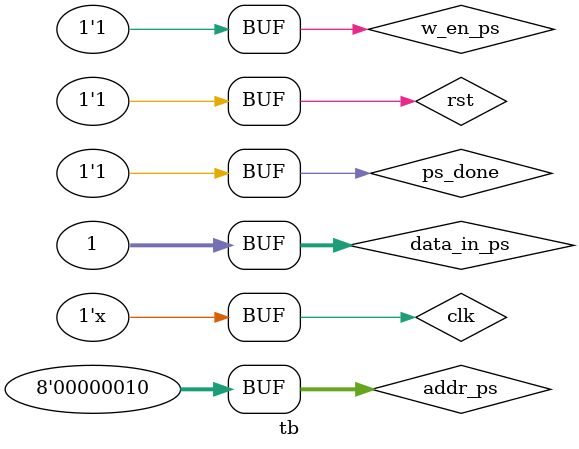
<source format=v>
module tb ();

//input
reg clk, rst;
//reg start;

//output for pl
wire pl_w_en;
//wire done;
wire [7:0] pl_addr;
wire [31:0] out_data;
wire [31:0] pl_in_data;

//output
wire start;
wire w_en;
wire pl_done;
wire [7:0] addr_in;
wire [31:0] data_in;

//mem_control input
reg w_en_ps;
reg [7:0] addr_ps;
reg [31:0] data_in_ps;
reg ps_done;


calculator p1(
    .we_pl(pl_w_en),
    .finish_pl(pl_done),
    .address_pl(pl_addr),
    .data_pl(pl_in_data),
    .clk(clk),
    .rst(rst),
    .launch_pl(start),
    .data(out_data)
);
mem m1(
    .clk(clk),
    .write_enable(w_en),
    .addr(addr_in),
    .data_write(data_in),
    .data_read(out_data)
);
interface mu1(
    .launch_pl(start),
    .we(w_en),
    .finish_pl(pl_done),
    .address(addr_in),
    .data_in(data_in),
    .we_pl(pl_w_en),
    .we_ps(w_en_ps),
    .address_pl(pl_addr),
    .address_ps(addr_ps),
    .data_in_pl(pl_in_data),
    .data_in_ps(data_in_ps),
    .ready_for_pl(ps_done)

);

initial begin
    rst = 0;
    clk = 1;
 //   start = 0;
    ps_done = 0;
    #10
    rst = 1;
    
    #20
    w_en_ps = 1;
    addr_ps = 8'd1;
    data_in_ps = 32'h43432121; 
   
    #120
    w_en_ps = 1;
    addr_ps =8'd2;
    data_in_ps = 32'h00000001;     
    #20
    
    ps_done = 1;
   // #10
 //   start = 0;
end

always #5 clk = ~clk;




endmodule

</source>
